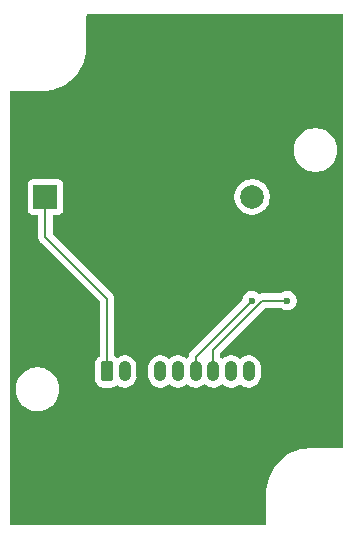
<source format=gbr>
%TF.GenerationSoftware,KiCad,Pcbnew,9.0.3*%
%TF.CreationDate,2025-07-22T15:46:12+03:00*%
%TF.ProjectId,buzzer_door_detect_board,62757a7a-6572-45f6-946f-6f725f646574,rev?*%
%TF.SameCoordinates,Original*%
%TF.FileFunction,Copper,L2,Bot*%
%TF.FilePolarity,Positive*%
%FSLAX46Y46*%
G04 Gerber Fmt 4.6, Leading zero omitted, Abs format (unit mm)*
G04 Created by KiCad (PCBNEW 9.0.3) date 2025-07-22 15:46:12*
%MOMM*%
%LPD*%
G01*
G04 APERTURE LIST*
G04 Aperture macros list*
%AMRoundRect*
0 Rectangle with rounded corners*
0 $1 Rounding radius*
0 $2 $3 $4 $5 $6 $7 $8 $9 X,Y pos of 4 corners*
0 Add a 4 corners polygon primitive as box body*
4,1,4,$2,$3,$4,$5,$6,$7,$8,$9,$2,$3,0*
0 Add four circle primitives for the rounded corners*
1,1,$1+$1,$2,$3*
1,1,$1+$1,$4,$5*
1,1,$1+$1,$6,$7*
1,1,$1+$1,$8,$9*
0 Add four rect primitives between the rounded corners*
20,1,$1+$1,$2,$3,$4,$5,0*
20,1,$1+$1,$4,$5,$6,$7,0*
20,1,$1+$1,$6,$7,$8,$9,0*
20,1,$1+$1,$8,$9,$2,$3,0*%
G04 Aperture macros list end*
%TA.AperFunction,ComponentPad*%
%ADD10R,2.000000X2.000000*%
%TD*%
%TA.AperFunction,ComponentPad*%
%ADD11C,2.000000*%
%TD*%
%TA.AperFunction,ComponentPad*%
%ADD12RoundRect,0.250000X-0.265000X-0.615000X0.265000X-0.615000X0.265000X0.615000X-0.265000X0.615000X0*%
%TD*%
%TA.AperFunction,ComponentPad*%
%ADD13O,1.030000X1.730000*%
%TD*%
%TA.AperFunction,ViaPad*%
%ADD14C,0.600000*%
%TD*%
%TA.AperFunction,Conductor*%
%ADD15C,0.200000*%
%TD*%
G04 APERTURE END LIST*
D10*
%TO.P,BZ1,1,+*%
%TO.N,VCC*%
X43790000Y-58970000D03*
D11*
%TO.P,BZ1,2,-*%
%TO.N,Net-(BZ1--)*%
X61290000Y-58970000D03*
%TD*%
D12*
%TO.P,J10,1,Pin_1*%
%TO.N,VCC*%
X49000000Y-73750000D03*
D13*
%TO.P,J10,2,Pin_2*%
%TO.N,/Buzzer_IN*%
X50500000Y-73750000D03*
%TO.P,J10,3,Pin_3*%
%TO.N,GND*%
X52000000Y-73750000D03*
%TO.P,J10,4,Pin_4*%
%TO.N,/IN_A*%
X53500000Y-73750000D03*
%TO.P,J10,5,Pin_5*%
%TO.N,/IN_B*%
X55000000Y-73750000D03*
%TO.P,J10,6,Pin_6*%
%TO.N,/OUT_A*%
X56500000Y-73750000D03*
%TO.P,J10,7,Pin_7*%
%TO.N,/OUT_B*%
X58000000Y-73750000D03*
%TO.P,J10,8,Pin_8*%
%TO.N,GND2*%
X59500000Y-73750000D03*
%TO.P,J10,9,Pin_9*%
%TO.N,GND1*%
X61000000Y-73750000D03*
%TD*%
D14*
%TO.N,GND*%
X47740000Y-43980000D03*
X44750000Y-65750000D03*
X68410000Y-74355000D03*
X68410000Y-58762500D03*
X66350000Y-73270000D03*
X56922500Y-86260000D03*
X62150000Y-82690000D03*
X41330000Y-81950000D03*
X47510000Y-47350000D03*
X68410000Y-79552500D03*
X48250000Y-63750000D03*
X65000000Y-69750000D03*
X46527500Y-86260000D03*
X68530000Y-43980000D03*
X46950000Y-68060000D03*
X52937500Y-43980000D03*
X62120000Y-86260000D03*
X68410000Y-69157500D03*
X63332500Y-43980000D03*
X41250000Y-66082500D03*
X58135000Y-43980000D03*
X41250000Y-71280000D03*
X41250000Y-55687500D03*
X65000000Y-64750000D03*
X66410000Y-76020000D03*
X41250000Y-50490000D03*
X51725000Y-86260000D03*
X41330000Y-86260000D03*
X44620000Y-50360000D03*
X41250000Y-60885000D03*
X65040000Y-79680000D03*
X68410000Y-63960000D03*
%TO.N,/OUT_A*%
X61250000Y-67750000D03*
%TO.N,/OUT_B*%
X64250000Y-67750000D03*
%TD*%
D15*
%TO.N,VCC*%
X49000000Y-73750000D02*
X49000000Y-67590000D01*
X49000000Y-67590000D02*
X43790000Y-62380000D01*
X43790000Y-62380000D02*
X43790000Y-58970000D01*
%TO.N,/IN_B*%
X55000000Y-73400000D02*
X55000000Y-73750000D01*
%TO.N,/OUT_A*%
X61250000Y-67750000D02*
X56500000Y-72500000D01*
X56500000Y-72500000D02*
X56500000Y-73750000D01*
%TO.N,/OUT_B*%
X58000000Y-71900000D02*
X58000000Y-73750000D01*
X64250000Y-67750000D02*
X62150000Y-67750000D01*
X62150000Y-67750000D02*
X58000000Y-71900000D01*
%TD*%
%TA.AperFunction,Conductor*%
%TO.N,GND*%
G36*
X68942539Y-43520185D02*
G01*
X68988294Y-43572989D01*
X68999500Y-43624500D01*
X68999500Y-80125170D01*
X68979815Y-80192209D01*
X68927011Y-80237964D01*
X68875500Y-80249170D01*
X66315537Y-80249170D01*
X66315511Y-80249163D01*
X66249619Y-80249170D01*
X66176572Y-80249170D01*
X66176462Y-80249176D01*
X66065386Y-80249187D01*
X65698657Y-80285339D01*
X65337268Y-80357254D01*
X65337266Y-80357254D01*
X64984662Y-80464240D01*
X64644227Y-80605273D01*
X64319256Y-80778990D01*
X64012883Y-80983713D01*
X63728041Y-81217482D01*
X63467482Y-81478041D01*
X63233713Y-81762883D01*
X63028990Y-82069256D01*
X62855273Y-82394227D01*
X62714240Y-82734662D01*
X62607254Y-83087266D01*
X62607254Y-83087268D01*
X62535339Y-83448657D01*
X62499187Y-83815386D01*
X62499171Y-83993854D01*
X62499170Y-83999619D01*
X62499163Y-84065511D01*
X62499460Y-84066619D01*
X62499499Y-84075661D01*
X62499471Y-84075756D01*
X62499500Y-84076195D01*
X62499500Y-86625500D01*
X62479815Y-86692539D01*
X62427011Y-86738294D01*
X62375500Y-86749500D01*
X40874500Y-86749500D01*
X40807461Y-86729815D01*
X40761706Y-86677011D01*
X40750500Y-86625500D01*
X40750500Y-75128711D01*
X41259500Y-75128711D01*
X41259500Y-75371288D01*
X41291161Y-75611785D01*
X41353947Y-75846104D01*
X41446773Y-76070205D01*
X41446776Y-76070212D01*
X41568064Y-76280289D01*
X41568066Y-76280292D01*
X41568067Y-76280293D01*
X41715733Y-76472736D01*
X41715739Y-76472743D01*
X41887256Y-76644260D01*
X41887262Y-76644265D01*
X42079711Y-76791936D01*
X42289788Y-76913224D01*
X42513900Y-77006054D01*
X42748211Y-77068838D01*
X42928586Y-77092584D01*
X42988711Y-77100500D01*
X42988712Y-77100500D01*
X43231289Y-77100500D01*
X43279388Y-77094167D01*
X43471789Y-77068838D01*
X43706100Y-77006054D01*
X43930212Y-76913224D01*
X44140289Y-76791936D01*
X44332738Y-76644265D01*
X44504265Y-76472738D01*
X44651936Y-76280289D01*
X44773224Y-76070212D01*
X44866054Y-75846100D01*
X44928838Y-75611789D01*
X44960500Y-75371288D01*
X44960500Y-75128712D01*
X44928838Y-74888211D01*
X44866054Y-74653900D01*
X44773224Y-74429788D01*
X44651936Y-74219711D01*
X44504265Y-74027262D01*
X44504260Y-74027256D01*
X44332743Y-73855739D01*
X44332736Y-73855733D01*
X44140293Y-73708067D01*
X44140292Y-73708066D01*
X44140289Y-73708064D01*
X43930212Y-73586776D01*
X43930205Y-73586773D01*
X43706104Y-73493947D01*
X43471785Y-73431161D01*
X43231289Y-73399500D01*
X43231288Y-73399500D01*
X42988712Y-73399500D01*
X42988711Y-73399500D01*
X42748214Y-73431161D01*
X42513895Y-73493947D01*
X42289794Y-73586773D01*
X42289785Y-73586777D01*
X42079706Y-73708067D01*
X41887263Y-73855733D01*
X41887256Y-73855739D01*
X41715739Y-74027256D01*
X41715733Y-74027263D01*
X41568067Y-74219706D01*
X41446777Y-74429785D01*
X41446773Y-74429794D01*
X41353947Y-74653895D01*
X41291161Y-74888214D01*
X41259500Y-75128711D01*
X40750500Y-75128711D01*
X40750500Y-57922135D01*
X42289500Y-57922135D01*
X42289500Y-60017870D01*
X42289501Y-60017876D01*
X42295908Y-60077483D01*
X42346202Y-60212328D01*
X42346206Y-60212335D01*
X42432452Y-60327544D01*
X42432455Y-60327547D01*
X42547664Y-60413793D01*
X42547671Y-60413797D01*
X42592618Y-60430561D01*
X42682517Y-60464091D01*
X42742127Y-60470500D01*
X43065500Y-60470499D01*
X43132539Y-60490183D01*
X43178294Y-60542987D01*
X43189500Y-60594499D01*
X43189500Y-62293330D01*
X43189499Y-62293348D01*
X43189499Y-62459054D01*
X43189498Y-62459054D01*
X43230423Y-62611785D01*
X43259358Y-62661900D01*
X43259359Y-62661904D01*
X43259360Y-62661904D01*
X43309479Y-62748714D01*
X43309481Y-62748717D01*
X43428349Y-62867585D01*
X43428355Y-62867590D01*
X48363181Y-67802416D01*
X48396666Y-67863739D01*
X48399500Y-67890097D01*
X48399500Y-72390949D01*
X48379815Y-72457988D01*
X48340598Y-72496487D01*
X48266344Y-72542287D01*
X48142289Y-72666342D01*
X48050187Y-72815663D01*
X48050186Y-72815666D01*
X47995001Y-72982203D01*
X47995001Y-72982204D01*
X47995000Y-72982204D01*
X47984500Y-73084983D01*
X47984500Y-74415001D01*
X47984501Y-74415018D01*
X47995000Y-74517796D01*
X47995001Y-74517799D01*
X48015951Y-74581020D01*
X48050186Y-74684334D01*
X48142288Y-74833656D01*
X48266344Y-74957712D01*
X48415666Y-75049814D01*
X48582203Y-75104999D01*
X48684991Y-75115500D01*
X49315008Y-75115499D01*
X49315016Y-75115498D01*
X49315019Y-75115498D01*
X49371302Y-75109748D01*
X49417797Y-75104999D01*
X49584334Y-75049814D01*
X49733656Y-74957712D01*
X49750674Y-74940693D01*
X49811994Y-74907206D01*
X49881686Y-74912187D01*
X49907249Y-74925269D01*
X50018973Y-74999921D01*
X50018986Y-74999928D01*
X50139418Y-75049812D01*
X50203789Y-75076475D01*
X50347185Y-75104998D01*
X50399977Y-75115499D01*
X50399981Y-75115500D01*
X50399982Y-75115500D01*
X50600019Y-75115500D01*
X50600020Y-75115499D01*
X50796211Y-75076475D01*
X50981020Y-74999925D01*
X51147344Y-74888791D01*
X51288791Y-74747344D01*
X51399925Y-74581020D01*
X51476475Y-74396211D01*
X51515500Y-74200018D01*
X51515500Y-73299982D01*
X51515499Y-73299977D01*
X52484500Y-73299977D01*
X52484500Y-74200022D01*
X52523523Y-74396203D01*
X52523526Y-74396215D01*
X52600071Y-74581013D01*
X52600078Y-74581026D01*
X52711208Y-74747343D01*
X52711211Y-74747347D01*
X52852652Y-74888788D01*
X52852656Y-74888791D01*
X53018973Y-74999921D01*
X53018986Y-74999928D01*
X53139418Y-75049812D01*
X53203789Y-75076475D01*
X53347185Y-75104998D01*
X53399977Y-75115499D01*
X53399981Y-75115500D01*
X53399982Y-75115500D01*
X53600019Y-75115500D01*
X53600020Y-75115499D01*
X53796211Y-75076475D01*
X53981020Y-74999925D01*
X54147344Y-74888791D01*
X54162318Y-74873816D01*
X54223639Y-74840331D01*
X54293331Y-74845314D01*
X54337681Y-74873816D01*
X54352076Y-74888211D01*
X54352657Y-74888792D01*
X54518973Y-74999921D01*
X54518986Y-74999928D01*
X54639418Y-75049812D01*
X54703789Y-75076475D01*
X54847185Y-75104998D01*
X54899977Y-75115499D01*
X54899981Y-75115500D01*
X54899982Y-75115500D01*
X55100019Y-75115500D01*
X55100020Y-75115499D01*
X55296211Y-75076475D01*
X55481020Y-74999925D01*
X55647344Y-74888791D01*
X55662318Y-74873816D01*
X55723639Y-74840331D01*
X55793331Y-74845314D01*
X55837681Y-74873816D01*
X55852076Y-74888211D01*
X55852657Y-74888792D01*
X56018973Y-74999921D01*
X56018986Y-74999928D01*
X56139418Y-75049812D01*
X56203789Y-75076475D01*
X56347185Y-75104998D01*
X56399977Y-75115499D01*
X56399981Y-75115500D01*
X56399982Y-75115500D01*
X56600019Y-75115500D01*
X56600020Y-75115499D01*
X56796211Y-75076475D01*
X56981020Y-74999925D01*
X57147344Y-74888791D01*
X57162318Y-74873816D01*
X57223639Y-74840331D01*
X57293331Y-74845314D01*
X57337681Y-74873816D01*
X57352076Y-74888211D01*
X57352657Y-74888792D01*
X57518973Y-74999921D01*
X57518986Y-74999928D01*
X57639418Y-75049812D01*
X57703789Y-75076475D01*
X57847185Y-75104998D01*
X57899977Y-75115499D01*
X57899981Y-75115500D01*
X57899982Y-75115500D01*
X58100019Y-75115500D01*
X58100020Y-75115499D01*
X58296211Y-75076475D01*
X58481020Y-74999925D01*
X58647344Y-74888791D01*
X58662318Y-74873816D01*
X58723639Y-74840331D01*
X58793331Y-74845314D01*
X58837681Y-74873816D01*
X58852076Y-74888211D01*
X58852657Y-74888792D01*
X59018973Y-74999921D01*
X59018986Y-74999928D01*
X59139418Y-75049812D01*
X59203789Y-75076475D01*
X59347185Y-75104998D01*
X59399977Y-75115499D01*
X59399981Y-75115500D01*
X59399982Y-75115500D01*
X59600019Y-75115500D01*
X59600020Y-75115499D01*
X59796211Y-75076475D01*
X59981020Y-74999925D01*
X60147344Y-74888791D01*
X60162318Y-74873816D01*
X60223639Y-74840331D01*
X60293331Y-74845314D01*
X60337681Y-74873816D01*
X60352076Y-74888211D01*
X60352657Y-74888792D01*
X60518973Y-74999921D01*
X60518986Y-74999928D01*
X60639418Y-75049812D01*
X60703789Y-75076475D01*
X60847185Y-75104998D01*
X60899977Y-75115499D01*
X60899981Y-75115500D01*
X60899982Y-75115500D01*
X61100019Y-75115500D01*
X61100020Y-75115499D01*
X61296211Y-75076475D01*
X61481020Y-74999925D01*
X61647344Y-74888791D01*
X61788791Y-74747344D01*
X61899925Y-74581020D01*
X61976475Y-74396211D01*
X62015500Y-74200018D01*
X62015500Y-73299982D01*
X61976475Y-73103789D01*
X61926113Y-72982203D01*
X61899928Y-72918986D01*
X61899921Y-72918973D01*
X61788791Y-72752656D01*
X61788788Y-72752652D01*
X61647347Y-72611211D01*
X61647343Y-72611208D01*
X61481026Y-72500078D01*
X61481013Y-72500071D01*
X61296215Y-72423526D01*
X61296203Y-72423523D01*
X61100022Y-72384500D01*
X61100018Y-72384500D01*
X60899982Y-72384500D01*
X60899977Y-72384500D01*
X60703796Y-72423523D01*
X60703784Y-72423526D01*
X60518986Y-72500071D01*
X60518973Y-72500078D01*
X60352656Y-72611208D01*
X60352652Y-72611211D01*
X60337681Y-72626183D01*
X60276358Y-72659668D01*
X60206666Y-72654684D01*
X60162319Y-72626183D01*
X60147347Y-72611211D01*
X60147343Y-72611208D01*
X59981026Y-72500078D01*
X59981013Y-72500071D01*
X59796215Y-72423526D01*
X59796203Y-72423523D01*
X59600022Y-72384500D01*
X59600018Y-72384500D01*
X59399982Y-72384500D01*
X59399977Y-72384500D01*
X59203796Y-72423523D01*
X59203784Y-72423526D01*
X59018986Y-72500071D01*
X59018973Y-72500078D01*
X58852656Y-72611208D01*
X58837678Y-72626186D01*
X58830956Y-72629855D01*
X58826507Y-72636085D01*
X58800722Y-72646363D01*
X58776354Y-72659669D01*
X58768716Y-72659122D01*
X58761604Y-72661958D01*
X58734353Y-72656664D01*
X58706662Y-72654683D01*
X58698809Y-72649759D01*
X58693017Y-72648634D01*
X58668982Y-72631056D01*
X58664297Y-72628119D01*
X58663312Y-72627177D01*
X58647344Y-72611209D01*
X58644922Y-72609591D01*
X58638798Y-72603734D01*
X58623621Y-72577358D01*
X58606497Y-72552213D01*
X58605496Y-72545858D01*
X58603952Y-72543174D01*
X58604218Y-72537741D01*
X58600500Y-72514117D01*
X58600500Y-72200097D01*
X58620185Y-72133058D01*
X58636819Y-72112416D01*
X62362416Y-68386819D01*
X62423739Y-68353334D01*
X62450097Y-68350500D01*
X63670234Y-68350500D01*
X63737273Y-68370185D01*
X63739125Y-68371398D01*
X63870814Y-68459390D01*
X63870827Y-68459397D01*
X64016498Y-68519735D01*
X64016503Y-68519737D01*
X64171153Y-68550499D01*
X64171156Y-68550500D01*
X64171158Y-68550500D01*
X64328844Y-68550500D01*
X64328845Y-68550499D01*
X64483497Y-68519737D01*
X64629179Y-68459394D01*
X64760289Y-68371789D01*
X64871789Y-68260289D01*
X64959394Y-68129179D01*
X65019737Y-67983497D01*
X65050500Y-67828842D01*
X65050500Y-67671158D01*
X65050500Y-67671155D01*
X65050499Y-67671153D01*
X65019738Y-67516510D01*
X65019738Y-67516508D01*
X65019737Y-67516503D01*
X65017434Y-67510943D01*
X64959397Y-67370827D01*
X64959390Y-67370814D01*
X64871789Y-67239711D01*
X64871786Y-67239707D01*
X64760292Y-67128213D01*
X64760288Y-67128210D01*
X64629185Y-67040609D01*
X64629172Y-67040602D01*
X64483501Y-66980264D01*
X64483489Y-66980261D01*
X64328845Y-66949500D01*
X64328842Y-66949500D01*
X64171158Y-66949500D01*
X64171155Y-66949500D01*
X64016510Y-66980261D01*
X64016498Y-66980264D01*
X63870827Y-67040602D01*
X63870814Y-67040609D01*
X63739125Y-67128602D01*
X63672447Y-67149480D01*
X63670234Y-67149500D01*
X62070942Y-67149500D01*
X61911879Y-67192120D01*
X61842029Y-67190457D01*
X61792105Y-67160026D01*
X61760292Y-67128213D01*
X61760288Y-67128210D01*
X61629185Y-67040609D01*
X61629172Y-67040602D01*
X61483501Y-66980264D01*
X61483489Y-66980261D01*
X61328845Y-66949500D01*
X61328842Y-66949500D01*
X61171158Y-66949500D01*
X61171155Y-66949500D01*
X61016510Y-66980261D01*
X61016498Y-66980264D01*
X60870827Y-67040602D01*
X60870814Y-67040609D01*
X60739711Y-67128210D01*
X60739707Y-67128213D01*
X60628213Y-67239707D01*
X60628210Y-67239711D01*
X60540609Y-67370814D01*
X60540602Y-67370827D01*
X60480264Y-67516498D01*
X60480261Y-67516508D01*
X60449361Y-67671850D01*
X60416976Y-67733761D01*
X60415425Y-67735339D01*
X56019481Y-72131282D01*
X56019479Y-72131285D01*
X55969361Y-72218094D01*
X55969359Y-72218096D01*
X55940425Y-72268209D01*
X55940424Y-72268210D01*
X55940423Y-72268215D01*
X55899499Y-72420943D01*
X55899499Y-72420945D01*
X55899499Y-72514118D01*
X55890480Y-72544831D01*
X55882976Y-72575962D01*
X55880471Y-72578918D01*
X55879814Y-72581157D01*
X55861199Y-72603737D01*
X55855077Y-72609591D01*
X55852656Y-72611209D01*
X55836706Y-72627158D01*
X55835700Y-72628121D01*
X55805855Y-72643561D01*
X55776355Y-72659669D01*
X55774920Y-72659566D01*
X55773644Y-72660227D01*
X55740203Y-72657082D01*
X55706663Y-72654683D01*
X55705288Y-72653799D01*
X55704081Y-72653686D01*
X55699394Y-72650011D01*
X55662319Y-72626183D01*
X55647347Y-72611211D01*
X55647343Y-72611208D01*
X55481026Y-72500078D01*
X55481013Y-72500071D01*
X55296215Y-72423526D01*
X55296203Y-72423523D01*
X55100022Y-72384500D01*
X55100018Y-72384500D01*
X54899982Y-72384500D01*
X54899977Y-72384500D01*
X54703796Y-72423523D01*
X54703784Y-72423526D01*
X54518986Y-72500071D01*
X54518973Y-72500078D01*
X54352656Y-72611208D01*
X54352652Y-72611211D01*
X54337681Y-72626183D01*
X54276358Y-72659668D01*
X54206666Y-72654684D01*
X54162319Y-72626183D01*
X54147347Y-72611211D01*
X54147343Y-72611208D01*
X53981026Y-72500078D01*
X53981013Y-72500071D01*
X53796215Y-72423526D01*
X53796203Y-72423523D01*
X53600022Y-72384500D01*
X53600018Y-72384500D01*
X53399982Y-72384500D01*
X53399977Y-72384500D01*
X53203796Y-72423523D01*
X53203784Y-72423526D01*
X53018986Y-72500071D01*
X53018973Y-72500078D01*
X52852656Y-72611208D01*
X52852652Y-72611211D01*
X52711211Y-72752652D01*
X52711208Y-72752656D01*
X52600078Y-72918973D01*
X52600071Y-72918986D01*
X52523526Y-73103784D01*
X52523523Y-73103796D01*
X52484500Y-73299977D01*
X51515499Y-73299977D01*
X51476475Y-73103789D01*
X51426113Y-72982203D01*
X51399928Y-72918986D01*
X51399921Y-72918973D01*
X51288791Y-72752656D01*
X51288788Y-72752652D01*
X51147347Y-72611211D01*
X51147343Y-72611208D01*
X50981026Y-72500078D01*
X50981013Y-72500071D01*
X50796215Y-72423526D01*
X50796203Y-72423523D01*
X50600022Y-72384500D01*
X50600018Y-72384500D01*
X50399982Y-72384500D01*
X50399977Y-72384500D01*
X50203796Y-72423523D01*
X50203784Y-72423526D01*
X50018986Y-72500071D01*
X50018968Y-72500081D01*
X49907248Y-72574730D01*
X49840571Y-72595608D01*
X49773191Y-72577123D01*
X49766666Y-72572803D01*
X49758104Y-72566736D01*
X49733656Y-72542288D01*
X49656040Y-72494414D01*
X49652808Y-72492124D01*
X49633501Y-72467690D01*
X49612678Y-72444539D01*
X49611656Y-72440045D01*
X49609490Y-72437303D01*
X49608323Y-72425374D01*
X49600500Y-72390949D01*
X49600500Y-67679060D01*
X49600501Y-67679047D01*
X49600501Y-67510944D01*
X49562956Y-67370827D01*
X49559577Y-67358216D01*
X49491159Y-67239711D01*
X49480524Y-67221290D01*
X49480518Y-67221282D01*
X44426819Y-62167583D01*
X44393334Y-62106260D01*
X44390500Y-62079902D01*
X44390500Y-60594499D01*
X44410185Y-60527460D01*
X44462989Y-60481705D01*
X44514500Y-60470499D01*
X44837871Y-60470499D01*
X44837872Y-60470499D01*
X44897483Y-60464091D01*
X45032331Y-60413796D01*
X45147546Y-60327546D01*
X45233796Y-60212331D01*
X45284091Y-60077483D01*
X45290500Y-60017873D01*
X45290499Y-58851902D01*
X59789500Y-58851902D01*
X59789500Y-59088097D01*
X59826446Y-59321368D01*
X59899433Y-59545996D01*
X60006657Y-59756433D01*
X60145483Y-59947510D01*
X60312490Y-60114517D01*
X60503567Y-60253343D01*
X60602991Y-60304002D01*
X60714003Y-60360566D01*
X60714005Y-60360566D01*
X60714008Y-60360568D01*
X60834412Y-60399689D01*
X60938631Y-60433553D01*
X61171903Y-60470500D01*
X61171908Y-60470500D01*
X61408097Y-60470500D01*
X61641368Y-60433553D01*
X61865992Y-60360568D01*
X62076433Y-60253343D01*
X62267510Y-60114517D01*
X62434517Y-59947510D01*
X62573343Y-59756433D01*
X62680568Y-59545992D01*
X62753553Y-59321368D01*
X62790500Y-59088097D01*
X62790500Y-58851902D01*
X62753553Y-58618631D01*
X62680566Y-58394003D01*
X62573342Y-58183566D01*
X62434517Y-57992490D01*
X62267510Y-57825483D01*
X62076433Y-57686657D01*
X61865996Y-57579433D01*
X61641368Y-57506446D01*
X61408097Y-57469500D01*
X61408092Y-57469500D01*
X61171908Y-57469500D01*
X61171903Y-57469500D01*
X60938631Y-57506446D01*
X60714003Y-57579433D01*
X60503566Y-57686657D01*
X60447119Y-57727669D01*
X60312490Y-57825483D01*
X60312488Y-57825485D01*
X60312487Y-57825485D01*
X60145485Y-57992487D01*
X60145485Y-57992488D01*
X60145483Y-57992490D01*
X60085862Y-58074550D01*
X60006657Y-58183566D01*
X59899433Y-58394003D01*
X59826446Y-58618631D01*
X59789500Y-58851902D01*
X45290499Y-58851902D01*
X45290499Y-57922128D01*
X45284091Y-57862517D01*
X45270278Y-57825483D01*
X45233797Y-57727671D01*
X45233793Y-57727664D01*
X45147547Y-57612455D01*
X45147544Y-57612452D01*
X45032335Y-57526206D01*
X45032328Y-57526202D01*
X44897482Y-57475908D01*
X44897483Y-57475908D01*
X44837883Y-57469501D01*
X44837881Y-57469500D01*
X44837873Y-57469500D01*
X44837864Y-57469500D01*
X42742129Y-57469500D01*
X42742123Y-57469501D01*
X42682516Y-57475908D01*
X42547671Y-57526202D01*
X42547664Y-57526206D01*
X42432455Y-57612452D01*
X42432452Y-57612455D01*
X42346206Y-57727664D01*
X42346202Y-57727671D01*
X42295908Y-57862517D01*
X42289501Y-57922116D01*
X42289501Y-57922123D01*
X42289500Y-57922135D01*
X40750500Y-57922135D01*
X40750500Y-54878711D01*
X64789500Y-54878711D01*
X64789500Y-55121288D01*
X64821161Y-55361785D01*
X64883947Y-55596104D01*
X64976773Y-55820205D01*
X64976776Y-55820212D01*
X65098064Y-56030289D01*
X65098066Y-56030292D01*
X65098067Y-56030293D01*
X65245733Y-56222736D01*
X65245739Y-56222743D01*
X65417256Y-56394260D01*
X65417262Y-56394265D01*
X65609711Y-56541936D01*
X65819788Y-56663224D01*
X66043900Y-56756054D01*
X66278211Y-56818838D01*
X66458586Y-56842584D01*
X66518711Y-56850500D01*
X66518712Y-56850500D01*
X66761289Y-56850500D01*
X66809388Y-56844167D01*
X67001789Y-56818838D01*
X67236100Y-56756054D01*
X67460212Y-56663224D01*
X67670289Y-56541936D01*
X67862738Y-56394265D01*
X68034265Y-56222738D01*
X68181936Y-56030289D01*
X68303224Y-55820212D01*
X68396054Y-55596100D01*
X68458838Y-55361789D01*
X68490500Y-55121288D01*
X68490500Y-54878712D01*
X68458838Y-54638211D01*
X68396054Y-54403900D01*
X68303224Y-54179788D01*
X68181936Y-53969711D01*
X68034265Y-53777262D01*
X68034260Y-53777256D01*
X67862743Y-53605739D01*
X67862736Y-53605733D01*
X67670293Y-53458067D01*
X67670292Y-53458066D01*
X67670289Y-53458064D01*
X67460212Y-53336776D01*
X67460205Y-53336773D01*
X67236104Y-53243947D01*
X67001785Y-53181161D01*
X66761289Y-53149500D01*
X66761288Y-53149500D01*
X66518712Y-53149500D01*
X66518711Y-53149500D01*
X66278214Y-53181161D01*
X66043895Y-53243947D01*
X65819794Y-53336773D01*
X65819785Y-53336777D01*
X65609706Y-53458067D01*
X65417263Y-53605733D01*
X65417256Y-53605739D01*
X65245739Y-53777256D01*
X65245733Y-53777263D01*
X65098067Y-53969706D01*
X64976777Y-54179785D01*
X64976773Y-54179794D01*
X64883947Y-54403895D01*
X64821161Y-54638214D01*
X64789500Y-54878711D01*
X40750500Y-54878711D01*
X40750500Y-50124562D01*
X40770185Y-50057523D01*
X40822989Y-50011768D01*
X40874510Y-50000562D01*
X43434439Y-50000823D01*
X43434489Y-50000837D01*
X43498739Y-50000830D01*
X43565841Y-50000837D01*
X43565843Y-50000836D01*
X43574182Y-50000837D01*
X43574407Y-50000822D01*
X43684623Y-50000812D01*
X44051331Y-49964662D01*
X44051340Y-49964660D01*
X44051342Y-49964660D01*
X44108767Y-49953232D01*
X44412731Y-49892746D01*
X44765342Y-49785758D01*
X45105771Y-49644728D01*
X45430739Y-49471012D01*
X45737119Y-49266285D01*
X46021959Y-49032517D01*
X46282517Y-48771959D01*
X46516285Y-48487119D01*
X46721012Y-48180739D01*
X46894728Y-47855771D01*
X47035758Y-47515342D01*
X47142746Y-47162731D01*
X47214662Y-46801331D01*
X47250812Y-46434623D01*
X47250830Y-46250381D01*
X47250837Y-46184489D01*
X47250539Y-46183378D01*
X47250501Y-46174343D01*
X47250528Y-46174247D01*
X47250500Y-46173809D01*
X47250500Y-43624500D01*
X47270185Y-43557461D01*
X47322989Y-43511706D01*
X47374500Y-43500500D01*
X68875500Y-43500500D01*
X68942539Y-43520185D01*
G37*
%TD.AperFunction*%
%TD*%
M02*

</source>
